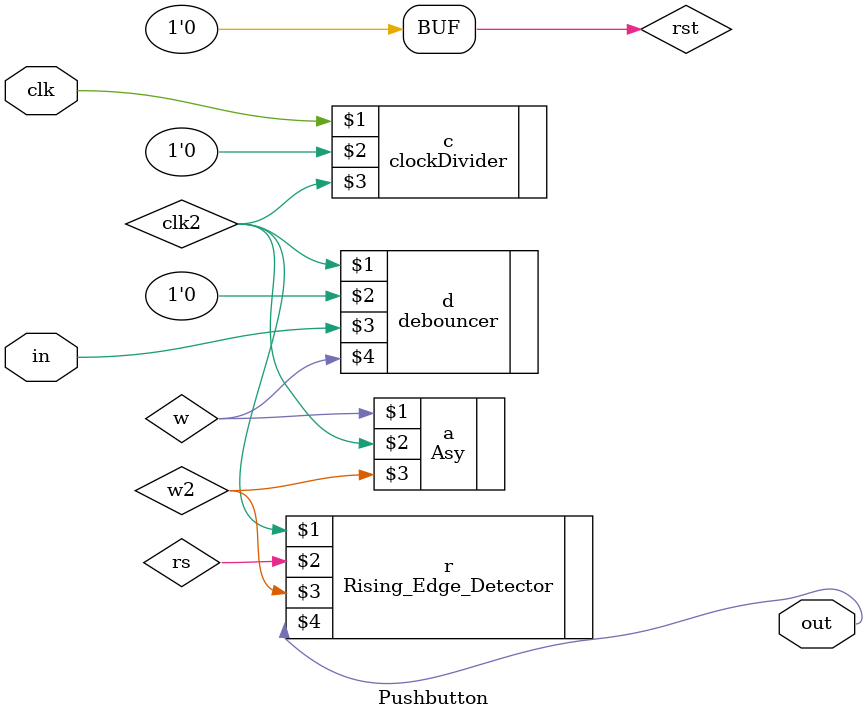
<source format=v>
`timescale 1ns / 1ps



module Pushbutton(clk, in, out);
input clk;
reg rst;
    initial begin 
    rst = 1 ; 
    #10 
    rst = 0; 
    end
input in;
output out;

wire w,w2,clk2;
clockDivider c(clk,rst,clk2);
debouncer d(clk2, rst, in, w);
Asy a(w,clk2,w2); 
Rising_Edge_Detector r( clk2, rs, w2, out);
endmodule

</source>
